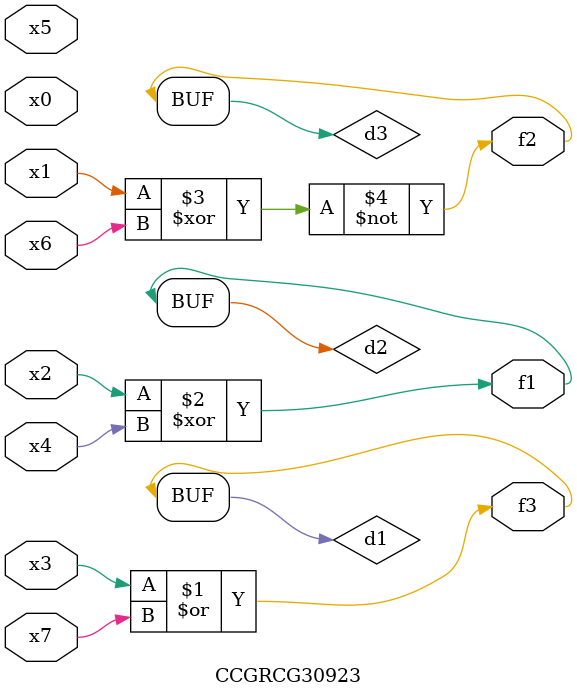
<source format=v>
module CCGRCG30923(
	input x0, x1, x2, x3, x4, x5, x6, x7,
	output f1, f2, f3
);

	wire d1, d2, d3;

	or (d1, x3, x7);
	xor (d2, x2, x4);
	xnor (d3, x1, x6);
	assign f1 = d2;
	assign f2 = d3;
	assign f3 = d1;
endmodule

</source>
